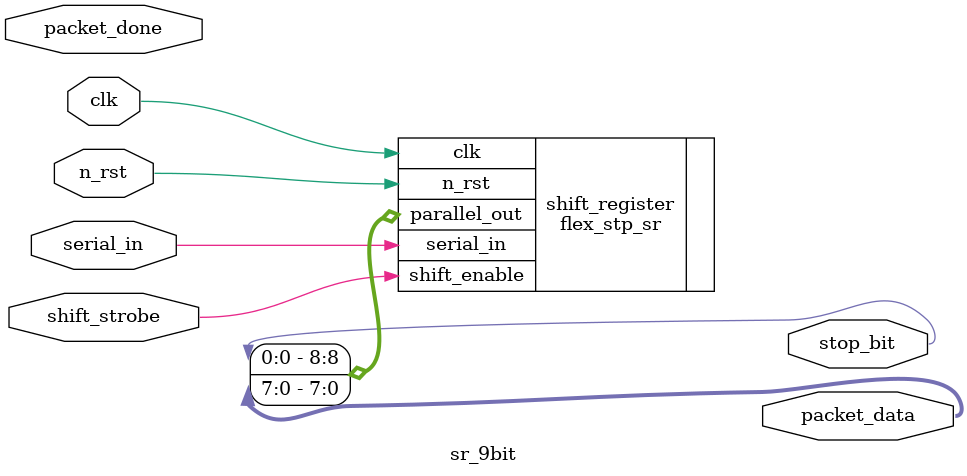
<source format=sv>
module sr_9bit (

    input logic clk,
    input logic n_rst, 
    input logic shift_strobe,
    input logic packet_done,
    input logic serial_in,

    output logic [7:0] packet_data,
    output logic stop_bit
);

flex_stp_sr #(9,0) shift_register(.clk(clk), 
                                .n_rst(n_rst),
                                .shift_enable(shift_strobe),
                                .serial_in(serial_in),
                                .parallel_out({stop_bit, packet_data}));

endmodule
</source>
